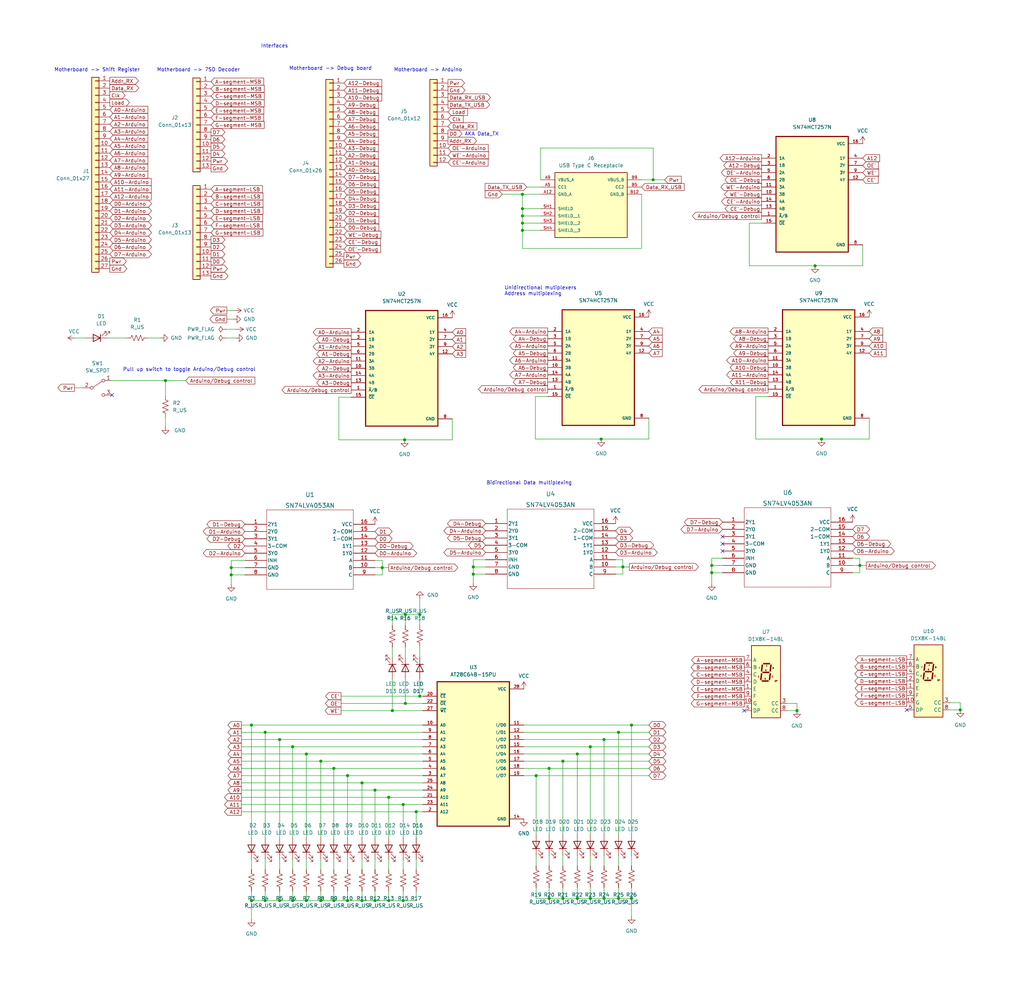
<source format=kicad_sch>
(kicad_sch (version 20211123) (generator eeschema)
  (paper "User" 359.994 350.012)
  (title_block (title "EEPROM Motherboard") (date "2025-06-07") (rev "1") (company "Dorian Knight"))
  (junction (at 286.512 93.472))
  (junction (at 146.304 285.496))
  (junction (at 131.826 277.876))
  (junction (at 81.28 199.644))
  (junction (at 337.566 249.682))
  (junction (at 131.826 316.738))
  (junction (at 202.946 315.976))
  (junction (at 221.996 255.016))
  (junction (at 93.218 316.738))
  (junction (at 112.776 267.716))
  (junction (at 207.518 262.636))
  (junction (at 212.344 315.976))
  (junction (at 217.424 257.556))
  (junction (at 197.866 267.716))
  (junction (at 212.344 260.096))
  (junction (at 183.642 73.406))
  (junction (at 136.652 280.416))
  (junction (at 88.392 255.016))
  (junction (at 218.948 199.39))
  (junction (at 141.732 316.738))
  (junction (at 102.87 316.738))
  (junction (at 117.348 316.738))
  (junction (at 197.866 315.976))
  (junction (at 102.87 262.636))
  (junction (at 127.254 275.336))
  (junction (at 202.946 265.176))
  (junction (at 280.162 249.936))
  (junction (at 183.642 81.026))
  (junction (at 93.218 257.556))
  (junction (at 221.996 315.976))
  (junction (at 127.254 316.738))
  (junction (at 229.616 63.246))
  (junction (at 193.04 315.976))
  (junction (at 58.166 133.858))
  (junction (at 211.328 154.432))
  (junction (at 147.574 216.154))
  (junction (at 183.642 68.326))
  (junction (at 122.174 316.738))
  (junction (at 142.494 216.154))
  (junction (at 98.298 260.096))
  (junction (at 117.348 270.256))
  (junction (at 88.392 316.738))
  (junction (at 142.24 154.686))
  (junction (at 112.776 316.738))
  (junction (at 98.298 316.738))
  (junction (at 142.494 247.396))
  (junction (at 134.366 199.644))
  (junction (at 81.28 202.184))
  (junction (at 302.26 198.882))
  (junction (at 166.37 199.39))
  (junction (at 137.922 249.936))
  (junction (at 122.174 272.796))
  (junction (at 166.37 201.93))
  (junction (at 147.574 244.856))
  (junction (at 193.04 270.256))
  (junction (at 136.652 316.738))
  (junction (at 183.642 78.486))
  (junction (at 107.696 316.738))
  (junction (at 188.468 272.796))
  (junction (at 207.518 315.976))
  (junction (at 183.642 75.946))
  (junction (at 250.19 201.422))
  (junction (at 250.19 198.882))
  (junction (at 217.424 315.976))
  (junction (at 141.732 282.956))
  (junction (at 107.696 265.176))
  (junction (at 288.798 154.432))
  (no_connect (at 261.62 249.936))
  (no_connect (at 39.37 138.938))
  (no_connect (at 254 188.722))
  (no_connect (at 318.77 249.682))
  (no_connect (at 254 193.802))
  (no_connect (at 254 191.262))
  (wire (pts (xy 81.28 202.184) (xy 81.28 205.486)))
  (wire (pts (xy 84.836 277.876) (xy 131.826 277.876)))
  (wire (pts (xy 119.126 154.686) (xy 142.24 154.686)))
  (wire (pts (xy 218.948 199.39) (xy 221.234 199.39)))
  (wire (pts (xy 216.408 199.39) (xy 218.948 199.39)))
  (wire (pts (xy 98.298 260.096) (xy 148.59 260.096)))
  (wire (pts (xy 212.344 293.37) (xy 212.344 260.096)))
  (wire (pts (xy 176.53 68.326) (xy 183.642 68.326)))
  (wire (pts (xy 202.946 300.99) (xy 202.946 304.546)))
  (wire (pts (xy 79.756 112.268) (xy 82.042 112.268)))
  (wire (pts (xy 197.866 312.166) (xy 197.866 315.976)))
  (wire (pts (xy 122.174 313.436) (xy 122.174 316.738)))
  (wire (pts (xy 202.946 293.37) (xy 202.946 265.176)))
  (wire (pts (xy 136.652 302.26) (xy 136.652 305.816)))
  (wire (pts (xy 146.304 302.26) (xy 146.304 305.816)))
  (wire (pts (xy 146.304 313.436) (xy 146.304 316.738)))
  (wire (pts (xy 137.922 219.964) (xy 137.922 216.154)))
  (wire (pts (xy 81.28 202.184) (xy 86.106 202.184)))
  (wire (pts (xy 107.696 313.436) (xy 107.696 316.738)))
  (wire (pts (xy 84.836 257.556) (xy 93.218 257.556)))
  (wire (pts (xy 265.684 154.432) (xy 288.798 154.432)))
  (wire (pts (xy 207.518 315.976) (xy 212.344 315.976)))
  (wire (pts (xy 142.494 219.964) (xy 142.494 216.154)))
  (wire (pts (xy 88.392 302.26) (xy 88.392 305.816)))
  (wire (pts (xy 212.344 315.976) (xy 217.424 315.976)))
  (wire (pts (xy 193.04 293.37) (xy 193.04 270.256)))
  (wire (pts (xy 107.696 316.738) (xy 112.776 316.738)))
  (wire (pts (xy 102.87 302.26) (xy 102.87 305.816)))
  (wire (pts (xy 58.166 133.858) (xy 58.166 139.192)))
  (wire (pts (xy 117.348 316.738) (xy 122.174 316.738)))
  (wire (pts (xy 189.992 78.486) (xy 183.642 78.486)))
  (wire (pts (xy 137.922 227.584) (xy 137.922 231.14)))
  (wire (pts (xy 188.468 312.166) (xy 188.468 315.976)))
  (wire (pts (xy 189.992 73.406) (xy 183.642 73.406)))
  (wire (pts (xy 131.826 277.876) (xy 148.59 277.876)))
  (wire (pts (xy 26.416 118.872) (xy 30.226 118.872)))
  (wire (pts (xy 228.092 147.066) (xy 228.092 154.432)))
  (wire (pts (xy 131.826 302.26) (xy 131.826 305.816)))
  (wire (pts (xy 217.424 312.166) (xy 217.424 315.976)))
  (wire (pts (xy 197.866 293.37) (xy 197.866 267.716)))
  (wire (pts (xy 184.15 262.636) (xy 207.518 262.636)))
  (wire (pts (xy 207.518 293.37) (xy 207.518 262.636)))
  (wire (pts (xy 93.218 316.738) (xy 88.392 316.738)))
  (wire (pts (xy 228.092 154.432) (xy 211.328 154.432)))
  (wire (pts (xy 183.642 81.026) (xy 183.642 87.376)))
  (wire (pts (xy 142.494 227.584) (xy 142.494 231.14)))
  (wire (pts (xy 217.424 315.976) (xy 221.996 315.976)))
  (wire (pts (xy 147.574 227.584) (xy 147.574 231.14)))
  (wire (pts (xy 188.468 315.976) (xy 193.04 315.976)))
  (wire (pts (xy 102.87 313.436) (xy 102.87 316.738)))
  (wire (pts (xy 127.254 313.436) (xy 127.254 316.738)))
  (wire (pts (xy 88.392 255.016) (xy 148.59 255.016)))
  (wire (pts (xy 122.174 272.796) (xy 148.59 272.796)))
  (wire (pts (xy 216.408 201.93) (xy 218.948 201.93)))
  (wire (pts (xy 303.276 93.472) (xy 286.512 93.472)))
  (wire (pts (xy 170.688 199.39) (xy 166.37 199.39)))
  (wire (pts (xy 299.72 198.882) (xy 302.26 198.882)))
  (wire (pts (xy 184.15 255.016) (xy 221.996 255.016)))
  (wire (pts (xy 267.716 78.486) (xy 263.398 78.486)))
  (wire (pts (xy 202.946 315.976) (xy 207.518 315.976)))
  (wire (pts (xy 134.366 202.184) (xy 134.366 199.644)))
  (wire (pts (xy 131.826 199.644) (xy 134.366 199.644)))
  (wire (pts (xy 142.494 238.76) (xy 142.494 247.396)))
  (wire (pts (xy 280.162 247.396) (xy 280.162 249.936)))
  (wire (pts (xy 302.26 198.882) (xy 304.546 198.882)))
  (wire (pts (xy 102.87 294.64) (xy 102.87 262.636)))
  (wire (pts (xy 184.15 272.796) (xy 188.468 272.796)))
  (wire (pts (xy 127.254 275.336) (xy 148.59 275.336)))
  (wire (pts (xy 147.574 244.856) (xy 148.59 244.856)))
  (wire (pts (xy 212.344 312.166) (xy 212.344 315.976)))
  (wire (pts (xy 183.642 75.946) (xy 183.642 78.486)))
  (wire (pts (xy 184.15 265.176) (xy 202.946 265.176)))
  (wire (pts (xy 112.776 313.436) (xy 112.776 316.738)))
  (wire (pts (xy 270.002 139.446) (xy 265.684 139.446)))
  (wire (pts (xy 79.502 115.824) (xy 83.058 115.824)))
  (wire (pts (xy 112.776 267.716) (xy 148.59 267.716)))
  (wire (pts (xy 39.37 133.858) (xy 58.166 133.858)))
  (wire (pts (xy 127.254 294.64) (xy 127.254 275.336)))
  (wire (pts (xy 141.732 294.64) (xy 141.732 282.956)))
  (wire (pts (xy 136.652 316.738) (xy 141.732 316.738)))
  (wire (pts (xy 183.642 68.326) (xy 183.642 73.406)))
  (wire (pts (xy 112.776 316.738) (xy 117.348 316.738)))
  (wire (pts (xy 137.922 216.154) (xy 142.494 216.154)))
  (wire (pts (xy 136.652 294.64) (xy 136.652 280.416)))
  (wire (pts (xy 265.684 139.446) (xy 265.684 154.432)))
  (wire (pts (xy 303.276 86.106) (xy 303.276 93.472)))
  (wire (pts (xy 136.652 280.416) (xy 148.59 280.416)))
  (wire (pts (xy 166.37 201.93) (xy 166.37 204.978)))
  (wire (pts (xy 107.696 265.176) (xy 148.59 265.176)))
  (wire (pts (xy 107.696 302.26) (xy 107.696 305.816)))
  (wire (pts (xy 58.166 133.858) (xy 65.278 133.858)))
  (wire (pts (xy 225.552 63.246) (xy 229.616 63.246)))
  (wire (pts (xy 197.866 267.716) (xy 228.092 267.716)))
  (wire (pts (xy 170.688 196.85) (xy 166.37 196.85)))
  (wire (pts (xy 119.888 244.856) (xy 147.574 244.856)))
  (wire (pts (xy 184.15 260.096) (xy 212.344 260.096)))
  (wire (pts (xy 229.616 52.07) (xy 229.616 63.246)))
  (wire (pts (xy 134.366 197.104) (xy 134.366 199.644)))
  (wire (pts (xy 188.214 139.446) (xy 188.214 154.432)))
  (wire (pts (xy 146.304 285.496) (xy 146.304 294.64)))
  (wire (pts (xy 207.518 312.166) (xy 207.518 315.976)))
  (wire (pts (xy 197.866 300.99) (xy 197.866 304.546)))
  (wire (pts (xy 250.19 196.342) (xy 250.19 198.882)))
  (wire (pts (xy 112.776 302.26) (xy 112.776 305.816)))
  (wire (pts (xy 207.518 262.636) (xy 228.092 262.636)))
  (wire (pts (xy 131.826 197.104) (xy 134.366 197.104)))
  (wire (pts (xy 142.494 247.396) (xy 148.59 247.396)))
  (wire (pts (xy 185.166 65.786) (xy 189.992 65.786)))
  (wire (pts (xy 142.494 216.154) (xy 147.574 216.154)))
  (wire (pts (xy 189.992 81.026) (xy 183.642 81.026)))
  (wire (pts (xy 193.04 300.99) (xy 193.04 304.546)))
  (wire (pts (xy 184.15 257.556) (xy 217.424 257.556)))
  (wire (pts (xy 127.254 316.738) (xy 131.826 316.738)))
  (wire (pts (xy 122.174 316.738) (xy 127.254 316.738)))
  (wire (pts (xy 98.298 294.64) (xy 98.298 260.096)))
  (wire (pts (xy 221.996 300.99) (xy 221.996 304.546)))
  (wire (pts (xy 188.214 154.432) (xy 211.328 154.432)))
  (wire (pts (xy 147.574 216.154) (xy 147.574 219.964)))
  (wire (pts (xy 98.298 302.26) (xy 98.298 305.816)))
  (wire (pts (xy 183.642 68.326) (xy 189.992 68.326)))
  (wire (pts (xy 202.946 312.166) (xy 202.946 315.976)))
  (wire (pts (xy 123.444 139.7) (xy 119.126 139.7)))
  (wire (pts (xy 189.992 52.07) (xy 229.616 52.07)))
  (wire (pts (xy 192.532 139.446) (xy 188.214 139.446)))
  (wire (pts (xy 212.344 300.99) (xy 212.344 304.546)))
  (wire (pts (xy 119.126 139.7) (xy 119.126 154.686)))
  (wire (pts (xy 37.846 118.872) (xy 44.45 118.872)))
  (wire (pts (xy 263.398 78.486) (xy 263.398 93.472)))
  (wire (pts (xy 193.04 312.166) (xy 193.04 315.976)))
  (wire (pts (xy 146.304 285.496) (xy 148.59 285.496)))
  (wire (pts (xy 216.408 196.85) (xy 218.948 196.85)))
  (wire (pts (xy 117.348 302.26) (xy 117.348 305.816)))
  (wire (pts (xy 131.826 316.738) (xy 136.652 316.738)))
  (wire (pts (xy 184.15 267.716) (xy 197.866 267.716)))
  (wire (pts (xy 88.392 316.738) (xy 88.392 323.342)))
  (wire (pts (xy 217.424 257.556) (xy 228.092 257.556)))
  (wire (pts (xy 84.836 270.256) (xy 117.348 270.256)))
  (wire (pts (xy 102.87 316.738) (xy 107.696 316.738)))
  (wire (pts (xy 131.826 294.64) (xy 131.826 277.876)))
  (wire (pts (xy 302.26 201.422) (xy 302.26 198.882)))
  (wire (pts (xy 117.348 270.256) (xy 148.59 270.256)))
  (wire (pts (xy 189.992 63.246) (xy 189.992 52.07)))
  (wire (pts (xy 188.468 272.796) (xy 228.092 272.796)))
  (wire (pts (xy 141.732 282.956) (xy 148.59 282.956)))
  (wire (pts (xy 159.004 154.686) (xy 142.24 154.686)))
  (wire (pts (xy 93.218 257.556) (xy 148.59 257.556)))
  (wire (pts (xy 131.826 202.184) (xy 134.366 202.184)))
  (wire (pts (xy 337.566 247.142) (xy 337.566 249.682)))
  (wire (pts (xy 184.15 270.256) (xy 193.04 270.256)))
  (wire (pts (xy 221.996 312.166) (xy 221.996 315.976)))
  (wire (pts (xy 98.298 316.738) (xy 102.87 316.738)))
  (wire (pts (xy 217.424 300.99) (xy 217.424 304.546)))
  (wire (pts (xy 197.866 315.976) (xy 202.946 315.976)))
  (wire (pts (xy 81.28 199.644) (xy 81.28 202.184)))
  (wire (pts (xy 334.01 249.682) (xy 337.566 249.682)))
  (wire (pts (xy 137.922 249.936) (xy 148.59 249.936)))
  (wire (pts (xy 131.826 313.436) (xy 131.826 316.738)))
  (wire (pts (xy 218.948 201.93) (xy 218.948 199.39)))
  (wire (pts (xy 189.992 75.946) (xy 183.642 75.946)))
  (wire (pts (xy 84.836 260.096) (xy 98.298 260.096)))
  (wire (pts (xy 93.218 313.436) (xy 93.218 316.738)))
  (wire (pts (xy 122.174 294.64) (xy 122.174 272.796)))
  (wire (pts (xy 170.688 201.93) (xy 166.37 201.93)))
  (wire (pts (xy 136.652 313.436) (xy 136.652 316.738)))
  (wire (pts (xy 305.562 147.066) (xy 305.562 154.432)))
  (wire (pts (xy 141.732 313.436) (xy 141.732 316.738)))
  (wire (pts (xy 84.836 267.716) (xy 112.776 267.716)))
  (wire (pts (xy 107.696 294.64) (xy 107.696 265.176)))
  (wire (pts (xy 254 198.882) (xy 250.19 198.882)))
  (wire (pts (xy 193.04 270.256) (xy 228.092 270.256)))
  (wire (pts (xy 141.732 302.26) (xy 141.732 305.816)))
  (wire (pts (xy 134.366 199.644) (xy 136.652 199.644)))
  (wire (pts (xy 52.07 118.872) (xy 56.388 118.872)))
  (wire (pts (xy 86.106 199.644) (xy 81.28 199.644)))
  (wire (pts (xy 302.26 196.342) (xy 302.26 198.882)))
  (wire (pts (xy 137.922 238.76) (xy 137.922 249.936)))
  (wire (pts (xy 141.732 316.738) (xy 146.304 316.738)))
  (wire (pts (xy 202.946 265.176) (xy 228.092 265.176)))
  (wire (pts (xy 276.86 247.396) (xy 280.162 247.396)))
  (wire (pts (xy 93.218 294.64) (xy 93.218 257.556)))
  (wire (pts (xy 98.298 313.436) (xy 98.298 316.738)))
  (wire (pts (xy 225.552 87.376) (xy 183.642 87.376)))
  (wire (pts (xy 229.616 63.246) (xy 233.68 63.246)))
  (wire (pts (xy 88.392 294.64) (xy 88.392 255.016)))
  (wire (pts (xy 225.552 68.326) (xy 225.552 87.376)))
  (wire (pts (xy 119.888 249.936) (xy 137.922 249.936)))
  (wire (pts (xy 84.836 275.336) (xy 127.254 275.336)))
  (wire (pts (xy 58.166 146.812) (xy 58.166 150.114)))
  (wire (pts (xy 183.642 78.486) (xy 183.642 81.026)))
  (wire (pts (xy 84.836 262.636) (xy 102.87 262.636)))
  (wire (pts (xy 79.756 109.22) (xy 82.296 109.22)))
  (wire (pts (xy 86.106 197.104) (xy 81.28 197.104)))
  (wire (pts (xy 84.836 280.416) (xy 136.652 280.416)))
  (wire (pts (xy 334.01 247.142) (xy 337.566 247.142)))
  (wire (pts (xy 102.87 262.636) (xy 148.59 262.636)))
  (wire (pts (xy 217.424 293.37) (xy 217.424 257.556)))
  (wire (pts (xy 166.37 199.39) (xy 166.37 201.93)))
  (wire (pts (xy 84.836 255.016) (xy 88.392 255.016)))
  (wire (pts (xy 112.776 294.64) (xy 112.776 267.716)))
  (wire (pts (xy 263.398 93.472) (xy 286.512 93.472)))
  (wire (pts (xy 250.19 201.422) (xy 250.19 205.232)))
  (wire (pts (xy 221.996 315.976) (xy 221.996 322.326)))
  (wire (pts (xy 81.28 197.104) (xy 81.28 199.644)))
  (wire (pts (xy 305.562 154.432) (xy 288.798 154.432)))
  (wire (pts (xy 93.218 316.738) (xy 98.298 316.738)))
  (wire (pts (xy 212.344 260.096) (xy 228.092 260.096)))
  (wire (pts (xy 127.254 302.26) (xy 127.254 305.816)))
  (wire (pts (xy 166.37 196.85) (xy 166.37 199.39)))
  (wire (pts (xy 93.218 302.26) (xy 93.218 305.816)))
  (wire (pts (xy 299.72 201.422) (xy 302.26 201.422)))
  (wire (pts (xy 88.392 313.436) (xy 88.392 316.738)))
  (wire (pts (xy 117.348 313.436) (xy 117.348 316.738)))
  (wire (pts (xy 193.04 315.976) (xy 197.866 315.976)))
  (wire (pts (xy 207.518 300.99) (xy 207.518 304.546)))
  (wire (pts (xy 117.348 270.256) (xy 117.348 294.64)))
  (wire (pts (xy 221.996 255.016) (xy 228.092 255.016)))
  (wire (pts (xy 159.004 147.32) (xy 159.004 154.686)))
  (wire (pts (xy 276.86 249.936) (xy 280.162 249.936)))
  (wire (pts (xy 218.948 196.85) (xy 218.948 199.39)))
  (wire (pts (xy 221.996 293.37) (xy 221.996 255.016)))
  (wire (pts (xy 183.642 73.406) (xy 183.642 75.946)))
  (wire (pts (xy 188.468 293.37) (xy 188.468 272.796)))
  (wire (pts (xy 79.502 118.872) (xy 82.804 118.872)))
  (wire (pts (xy 299.72 196.342) (xy 302.26 196.342)))
  (wire (pts (xy 84.836 285.496) (xy 146.304 285.496)))
  (wire (pts (xy 84.836 265.176) (xy 107.696 265.176)))
  (wire (pts (xy 84.836 272.796) (xy 122.174 272.796)))
  (wire (pts (xy 147.574 238.76) (xy 147.574 244.856)))
  (wire (pts (xy 254 196.342) (xy 250.19 196.342)))
  (wire (pts (xy 250.19 198.882) (xy 250.19 201.422)))
  (wire (pts (xy 26.162 136.398) (xy 29.21 136.398)))
  (wire (pts (xy 147.574 210.566) (xy 147.574 216.154)))
  (wire (pts (xy 84.836 282.956) (xy 141.732 282.956)))
  (wire (pts (xy 188.468 300.99) (xy 188.468 304.546)))
  (wire (pts (xy 119.888 247.396) (xy 142.494 247.396)))
  (wire (pts (xy 254 201.422) (xy 250.19 201.422)))
  (wire (pts (xy 122.174 302.26) (xy 122.174 305.816)))
  (text "Bidirectional Data multiplexing\n" (at 170.942 170.688 0) (effects (font (size 1.27 1.27)) (justify left bottom)))
  (text "Motherboard -> 7SD Decoder" (at 55.118 25.4 0) (effects (font (size 1.27 1.27)) (justify left bottom)))
  (text "Pull up switch to toggle Arduino/Debug control" (at 43.18 130.81 0) (effects (font (size 1.27 1.27)) (justify left bottom)))
  (text "Motherboard -> Shift Register" (at 19.05 25.4 0) (effects (font (size 1.27 1.27)) (justify left bottom)))
  (text "Motherboard -> Arduino" (at 138.43 25.4 0) (effects (font (size 1.27 1.27)) (justify left bottom)))
  (text "Interfaces" (at 91.694 17.018 0) (effects (font (size 1.27 1.27)) (justify left bottom)))
  (text "Unidirectional mutiplexers\nAddress multiplexing" (at 177.292 104.14 0) (effects (font (size 1.27 1.27)) (justify left bottom)))
  (text "AKA Data_TX" (at 163.322 48.006 0) (effects (font (size 1.27 1.27)) (justify left bottom)))
  (text "Motherboard -> Debug board" (at 101.6 24.892 0) (effects (font (size 1.27 1.27)) (justify left bottom)))
  (global_label "A1" (shape output) (at 84.836 257.556 180) (property "Intersheet References" "${INTERSHEET_REFS}" (effects hide)))
  (global_label "G-segment-LSB" (shape input) (at 74.168 81.788 0) (property "Intersheet References" "${INTERSHEET_REFS}" (effects hide)))
  (global_label "A-segment-LSB" (shape output) (at 318.77 231.902 180) (property "Intersheet References" "${INTERSHEET_REFS}" (effects hide)))
  (global_label "B-segment-LSB" (shape input) (at 74.168 69.088 0) (property "Intersheet References" "${INTERSHEET_REFS}" (effects hide)))
  (global_label "Data_TX_USB" (shape input) (at 185.166 65.786 180) (property "Intersheet References" "${INTERSHEET_REFS}" (effects hide)))
  (global_label "D0" (shape output) (at 157.48 46.99 0) (property "Intersheet References" "${INTERSHEET_REFS}" (effects hide)))
  (global_label "A12-Debug" (shape output) (at 267.716 58.166 180) (property "Intersheet References" "${INTERSHEET_REFS}" (effects hide)))
  (global_label "D2" (shape bidirectional) (at 86.106 192.024 180) (property "Intersheet References" "${INTERSHEET_REFS}" (effects hide)))
  (global_label "F-segment-LSB" (shape output) (at 318.77 244.602 180) (property "Intersheet References" "${INTERSHEET_REFS}" (effects hide)))
  (global_label "D6" (shape bidirectional) (at 299.72 188.722 0) (property "Intersheet References" "${INTERSHEET_REFS}" (effects hide)))
  (global_label "A9" (shape input) (at 305.562 119.126 0) (property "Intersheet References" "${INTERSHEET_REFS}" (effects hide)))
  (global_label "Gnd" (shape output) (at 120.904 92.71 0) (property "Intersheet References" "${INTERSHEET_REFS}" (effects hide)))
  (global_label "D0" (shape bidirectional) (at 228.092 255.016 0) (property "Intersheet References" "${INTERSHEET_REFS}" (effects hide)))
  (global_label "D1-Debug" (shape bidirectional) (at 86.106 184.404 180) (property "Intersheet References" "${INTERSHEET_REFS}" (effects hide)))
  (global_label "D2-Debug" (shape bidirectional) (at 86.106 189.484 180) (property "Intersheet References" "${INTERSHEET_REFS}" (effects hide)))
  (global_label "D7-Debug" (shape bidirectional) (at 254 183.642 180) (property "Intersheet References" "${INTERSHEET_REFS}" (effects hide)))
  (global_label "B-segment-MSB" (shape input) (at 74.168 31.242 0) (property "Intersheet References" "${INTERSHEET_REFS}" (effects hide)))
  (global_label "Gnd" (shape output) (at 79.756 112.268 180) (property "Intersheet References" "${INTERSHEET_REFS}" (effects hide)))
  (global_label "A3-Arduino" (shape input) (at 38.608 46.228 0) (property "Intersheet References" "${INTERSHEET_REFS}" (effects hide)))
  (global_label "Pwr" (shape output) (at 74.168 56.642 0) (property "Intersheet References" "${INTERSHEET_REFS}" (effects hide)))
  (global_label "D3-Arduino" (shape bidirectional) (at 38.608 79.248 0) (property "Intersheet References" "${INTERSHEET_REFS}" (effects hide)))
  (global_label "D6" (shape bidirectional) (at 228.092 270.256 0) (property "Intersheet References" "${INTERSHEET_REFS}" (effects hide)))
  (global_label "A4" (shape input) (at 228.092 116.586 0) (property "Intersheet References" "${INTERSHEET_REFS}" (effects hide)))
  (global_label "D3-Debug" (shape input) (at 120.904 72.39 0) (property "Intersheet References" "${INTERSHEET_REFS}" (effects hide)))
  (global_label "OE'-Debug" (shape output) (at 267.716 63.246 180) (property "Intersheet References" "${INTERSHEET_REFS}" (effects hide)))
  (global_label "D1" (shape bidirectional) (at 228.092 257.556 0) (property "Intersheet References" "${INTERSHEET_REFS}" (effects hide)))
  (global_label "Addr_RX" (shape output) (at 38.608 28.448 0) (property "Intersheet References" "${INTERSHEET_REFS}" (effects hide)))
  (global_label "Clk" (shape output) (at 38.608 33.528 0) (property "Intersheet References" "${INTERSHEET_REFS}" (effects hide)))
  (global_label "D4-Arduino" (shape bidirectional) (at 38.608 81.788 0) (property "Intersheet References" "${INTERSHEET_REFS}" (effects hide)))
  (global_label "E-segment-LSB" (shape input) (at 74.168 76.708 0) (property "Intersheet References" "${INTERSHEET_REFS}" (effects hide)))
  (global_label "A0" (shape input) (at 159.004 116.84 0) (property "Intersheet References" "${INTERSHEET_REFS}" (effects hide)))
  (global_label "A11" (shape input) (at 305.562 124.206 0) (property "Intersheet References" "${INTERSHEET_REFS}" (effects hide)))
  (global_label "Clk" (shape input) (at 157.48 41.91 0) (property "Intersheet References" "${INTERSHEET_REFS}" (effects hide)))
  (global_label "D0-Debug" (shape bidirectional) (at 131.826 192.024 0) (property "Intersheet References" "${INTERSHEET_REFS}" (effects hide)))
  (global_label "D0-Arduino" (shape bidirectional) (at 38.608 71.628 0) (property "Intersheet References" "${INTERSHEET_REFS}" (effects hide)))
  (global_label "Pwr" (shape output) (at 26.162 136.398 180) (property "Intersheet References" "${INTERSHEET_REFS}" (effects hide)))
  (global_label "A3" (shape input) (at 159.004 124.46 0) (property "Intersheet References" "${INTERSHEET_REFS}" (effects hide)))
  (global_label "A3-Debug" (shape output) (at 123.444 134.62 180) (property "Intersheet References" "${INTERSHEET_REFS}" (effects hide)))
  (global_label "A1-Arduino" (shape output) (at 123.444 121.92 180) (property "Intersheet References" "${INTERSHEET_REFS}" (effects hide)))
  (global_label "D4" (shape bidirectional) (at 216.408 186.69 0) (property "Intersheet References" "${INTERSHEET_REFS}" (effects hide)))
  (global_label "WE'-Debug" (shape output) (at 267.716 68.326 180) (property "Intersheet References" "${INTERSHEET_REFS}" (effects hide)))
  (global_label "A6-Debug" (shape output) (at 192.532 129.286 180) (property "Intersheet References" "${INTERSHEET_REFS}" (effects hide)))
  (global_label "CE'-Arduino" (shape output) (at 267.716 70.866 180) (property "Intersheet References" "${INTERSHEET_REFS}" (effects hide)))
  (global_label "D2" (shape bidirectional) (at 228.092 260.096 0) (property "Intersheet References" "${INTERSHEET_REFS}" (effects hide)))
  (global_label "A0-Arduino" (shape input) (at 38.608 38.608 0) (property "Intersheet References" "${INTERSHEET_REFS}" (effects hide)))
  (global_label "A0-Debug" (shape input) (at 120.904 59.69 0) (property "Intersheet References" "${INTERSHEET_REFS}" (effects hide)))
  (global_label "Data_RX" (shape output) (at 38.608 30.988 0) (property "Intersheet References" "${INTERSHEET_REFS}" (effects hide)))
  (global_label "A9-Debug" (shape input) (at 120.904 36.83 0) (property "Intersheet References" "${INTERSHEET_REFS}" (effects hide)))
  (global_label "OE'" (shape input) (at 303.276 58.166 0) (property "Intersheet References" "${INTERSHEET_REFS}" (effects hide)))
  (global_label "Gnd" (shape input) (at 176.53 68.326 180) (property "Intersheet References" "${INTERSHEET_REFS}" (effects hide)))
  (global_label "D7-Arduino" (shape bidirectional) (at 38.608 89.408 0) (property "Intersheet References" "${INTERSHEET_REFS}" (effects hide)))
  (global_label "D4-Debug" (shape input) (at 120.904 69.85 0) (property "Intersheet References" "${INTERSHEET_REFS}" (effects hide)))
  (global_label "WE'" (shape input) (at 303.276 60.706 0) (property "Intersheet References" "${INTERSHEET_REFS}" (effects hide)))
  (global_label "A11-Debug" (shape input) (at 120.904 31.75 0) (property "Intersheet References" "${INTERSHEET_REFS}" (effects hide)))
  (global_label "Pwr" (shape output) (at 74.168 94.488 0) (property "Intersheet References" "${INTERSHEET_REFS}" (effects hide)))
  (global_label "A12-Debug" (shape input) (at 120.904 29.21 0) (property "Intersheet References" "${INTERSHEET_REFS}" (effects hide)))
  (global_label "WE'" (shape output) (at 119.888 249.936 180) (property "Intersheet References" "${INTERSHEET_REFS}" (effects hide)))
  (global_label "A2-Debug" (shape output) (at 123.444 129.54 180) (property "Intersheet References" "${INTERSHEET_REFS}" (effects hide)))
  (global_label "A8-Arduino" (shape input) (at 38.608 58.928 0) (property "Intersheet References" "${INTERSHEET_REFS}" (effects hide)))
  (global_label "D1" (shape bidirectional) (at 131.826 186.944 0) (property "Intersheet References" "${INTERSHEET_REFS}" (effects hide)))
  (global_label "A6" (shape input) (at 228.092 121.666 0) (property "Intersheet References" "${INTERSHEET_REFS}" (effects hide)))
  (global_label "A9-Debug" (shape output) (at 270.002 124.206 180) (property "Intersheet References" "${INTERSHEET_REFS}" (effects hide)))
  (global_label "Gnd" (shape output) (at 74.168 59.182 0) (property "Intersheet References" "${INTERSHEET_REFS}" (effects hide)))
  (global_label "A10-Arduino" (shape output) (at 270.002 126.746 180) (property "Intersheet References" "${INTERSHEET_REFS}" (effects hide)))
  (global_label "D1" (shape output) (at 74.168 89.408 0) (property "Intersheet References" "${INTERSHEET_REFS}" (effects hide)))
  (global_label "A10-Arduino" (shape input) (at 38.608 64.008 0) (property "Intersheet References" "${INTERSHEET_REFS}" (effects hide)))
  (global_label "A2" (shape input) (at 159.004 121.92 0) (property "Intersheet References" "${INTERSHEET_REFS}" (effects hide)))
  (global_label "A-segment-MSB" (shape input) (at 74.168 28.702 0) (property "Intersheet References" "${INTERSHEET_REFS}" (effects hide)))
  (global_label "G-segment-MSB" (shape input) (at 74.168 43.942 0) (property "Intersheet References" "${INTERSHEET_REFS}" (effects hide)))
  (global_label "G-segment-MSB" (shape output) (at 261.62 247.396 180) (property "Intersheet References" "${INTERSHEET_REFS}" (effects hide)))
  (global_label "D5-Arduino" (shape bidirectional) (at 170.688 194.31 180) (property "Intersheet References" "${INTERSHEET_REFS}" (effects hide)))
  (global_label "Arduino{slash}Debug control" (shape output) (at 221.234 199.39 0) (property "Intersheet References" "${INTERSHEET_REFS}" (effects hide)))
  (global_label "A-segment-LSB" (shape input) (at 74.168 66.548 0) (property "Intersheet References" "${INTERSHEET_REFS}" (effects hide)))
  (global_label "A1" (shape input) (at 159.004 119.38 0) (property "Intersheet References" "${INTERSHEET_REFS}" (effects hide)))
  (global_label "D6-Arduino" (shape bidirectional) (at 299.72 193.802 0) (property "Intersheet References" "${INTERSHEET_REFS}" (effects hide)))
  (global_label "A7-Arduino" (shape output) (at 192.532 131.826 180) (property "Intersheet References" "${INTERSHEET_REFS}" (effects hide)))
  (global_label "D6-Debug" (shape input) (at 120.904 64.77 0) (property "Intersheet References" "${INTERSHEET_REFS}" (effects hide)))
  (global_label "Data_RX" (shape input) (at 157.48 44.45 0) (property "Intersheet References" "${INTERSHEET_REFS}" (effects hide)))
  (global_label "WE'-Debug" (shape input) (at 120.904 82.55 0) (property "Intersheet References" "${INTERSHEET_REFS}" (effects hide)))
  (global_label "D5" (shape bidirectional) (at 170.688 191.77 180) (property "Intersheet References" "${INTERSHEET_REFS}" (effects hide)))
  (global_label "D2-Arduino" (shape bidirectional) (at 86.106 194.564 180) (property "Intersheet References" "${INTERSHEET_REFS}" (effects hide)))
  (global_label "A8" (shape input) (at 305.562 116.586 0) (property "Intersheet References" "${INTERSHEET_REFS}" (effects hide)))
  (global_label "Arduino{slash}Debug control" (shape output) (at 123.444 137.16 180) (property "Intersheet References" "${INTERSHEET_REFS}" (effects hide)))
  (global_label "A7" (shape input) (at 228.092 124.206 0) (property "Intersheet References" "${INTERSHEET_REFS}" (effects hide)))
  (global_label "CE'-Arduino" (shape input) (at 157.48 57.15 0) (property "Intersheet References" "${INTERSHEET_REFS}" (effects hide)))
  (global_label "A5" (shape input) (at 228.092 119.126 0) (property "Intersheet References" "${INTERSHEET_REFS}" (effects hide)))
  (global_label "D0-Arduino" (shape bidirectional) (at 131.826 194.564 0) (property "Intersheet References" "${INTERSHEET_REFS}" (effects hide)))
  (global_label "D4" (shape bidirectional) (at 228.092 265.176 0) (property "Intersheet References" "${INTERSHEET_REFS}" (effects hide)))
  (global_label "Gnd" (shape output) (at 38.608 94.488 0) (property "Intersheet References" "${INTERSHEET_REFS}" (effects hide)))
  (global_label "A7-Debug" (shape input) (at 120.904 41.91 0) (property "Intersheet References" "${INTERSHEET_REFS}" (effects hide)))
  (global_label "D-segment-LSB" (shape output) (at 318.77 239.522 180) (property "Intersheet References" "${INTERSHEET_REFS}" (effects hide)))
  (global_label "A8-Debug" (shape output) (at 270.002 119.126 180) (property "Intersheet References" "${INTERSHEET_REFS}" (effects hide)))
  (global_label "A9-Arduino" (shape input) (at 38.608 61.468 0) (property "Intersheet References" "${INTERSHEET_REFS}" (effects hide)))
  (global_label "A1-Debug" (shape input) (at 120.904 57.15 0) (property "Intersheet References" "${INTERSHEET_REFS}" (effects hide)))
  (global_label "D6-Arduino" (shape bidirectional) (at 38.608 86.868 0) (property "Intersheet References" "${INTERSHEET_REFS}" (effects hide)))
  (global_label "C-segment-LSB" (shape output) (at 318.77 236.982 180) (property "Intersheet References" "${INTERSHEET_REFS}" (effects hide)))
  (global_label "A11-Arduino" (shape output) (at 270.002 131.826 180) (property "Intersheet References" "${INTERSHEET_REFS}" (effects hide)))
  (global_label "Arduino{slash}Debug control" (shape output) (at 136.652 199.644 0) (property "Intersheet References" "${INTERSHEET_REFS}" (effects hide)))
  (global_label "D5-Debug" (shape bidirectional) (at 170.688 189.23 180) (property "Intersheet References" "${INTERSHEET_REFS}" (effects hide)))
  (global_label "A3" (shape output) (at 84.836 262.636 180) (property "Intersheet References" "${INTERSHEET_REFS}" (effects hide)))
  (global_label "Pwr" (shape input) (at 233.68 63.246 0) (property "Intersheet References" "${INTERSHEET_REFS}" (effects hide)))
  (global_label "D2-Debug" (shape input) (at 120.904 74.93 0) (property "Intersheet References" "${INTERSHEET_REFS}" (effects hide)))
  (global_label "F-segment-MSB" (shape input) (at 74.168 41.402 0) (property "Intersheet References" "${INTERSHEET_REFS}" (effects hide)))
  (global_label "A9" (shape output) (at 84.836 277.876 180) (property "Intersheet References" "${INTERSHEET_REFS}" (effects hide)))
  (global_label "D5-Arduino" (shape bidirectional) (at 38.608 84.328 0) (property "Intersheet References" "${INTERSHEET_REFS}" (effects hide)))
  (global_label "A7-Arduino" (shape input) (at 38.608 56.388 0) (property "Intersheet References" "${INTERSHEET_REFS}" (effects hide)))
  (global_label "A1-Debug" (shape output) (at 123.444 124.46 180) (property "Intersheet References" "${INTERSHEET_REFS}" (effects hide)))
  (global_label "F-segment-MSB" (shape output) (at 261.62 244.856 180) (property "Intersheet References" "${INTERSHEET_REFS}" (effects hide)))
  (global_label "E-segment-MSB" (shape input) (at 74.168 38.862 0) (property "Intersheet References" "${INTERSHEET_REFS}" (effects hide)))
  (global_label "D1-Arduino" (shape bidirectional) (at 38.608 74.168 0) (property "Intersheet References" "${INTERSHEET_REFS}" (effects hide)))
  (global_label "A5-Arduino" (shape output) (at 192.532 121.666 180) (property "Intersheet References" "${INTERSHEET_REFS}" (effects hide)))
  (global_label "A6-Debug" (shape input) (at 120.904 44.45 0) (property "Intersheet References" "${INTERSHEET_REFS}" (effects hide)))
  (global_label "OE'-Arduino" (shape input) (at 157.48 52.07 0) (property "Intersheet References" "${INTERSHEET_REFS}" (effects hide)))
  (global_label "A5-Debug" (shape input) (at 120.904 46.99 0) (property "Intersheet References" "${INTERSHEET_REFS}" (effects hide)))
  (global_label "A4" (shape output) (at 84.836 265.176 180) (property "Intersheet References" "${INTERSHEET_REFS}" (effects hide)))
  (global_label "D7" (shape bidirectional) (at 299.72 186.182 0) (property "Intersheet References" "${INTERSHEET_REFS}" (effects hide)))
  (global_label "A10-Debug" (shape input) (at 120.904 34.29 0) (property "Intersheet References" "${INTERSHEET_REFS}" (effects hide)))
  (global_label "A1-Arduino" (shape input) (at 38.608 41.148 0) (property "Intersheet References" "${INTERSHEET_REFS}" (effects hide)))
  (global_label "D5-Debug" (shape input) (at 120.904 67.31 0) (property "Intersheet References" "${INTERSHEET_REFS}" (effects hide)))
  (global_label "WE'-Arduino" (shape input) (at 157.48 54.61 0) (property "Intersheet References" "${INTERSHEET_REFS}" (effects hide)))
  (global_label "A6" (shape output) (at 84.836 270.256 180) (property "Intersheet References" "${INTERSHEET_REFS}" (effects hide)))
  (global_label "A5-Arduino" (shape input) (at 38.608 51.308 0) (property "Intersheet References" "${INTERSHEET_REFS}" (effects hide)))
  (global_label "D3" (shape bidirectional) (at 228.092 262.636 0) (property "Intersheet References" "${INTERSHEET_REFS}" (effects hide)))
  (global_label "D2-Arduino" (shape bidirectional) (at 38.608 76.708 0) (property "Intersheet References" "${INTERSHEET_REFS}" (effects hide)))
  (global_label "Pwr" (shape output) (at 38.608 91.948 0) (property "Intersheet References" "${INTERSHEET_REFS}" (effects hide)))
  (global_label "A8" (shape output) (at 84.836 275.336 180) (property "Intersheet References" "${INTERSHEET_REFS}" (effects hide)))
  (global_label "D3-Arduino" (shape bidirectional) (at 216.408 194.31 0) (property "Intersheet References" "${INTERSHEET_REFS}" (effects hide)))
  (global_label "A-segment-MSB" (shape output) (at 261.62 232.156 180) (property "Intersheet References" "${INTERSHEET_REFS}" (effects hide)))
  (global_label "D3" (shape output) (at 74.168 84.328 0) (property "Intersheet References" "${INTERSHEET_REFS}" (effects hide)))
  (global_label "A6-Arduino" (shape input) (at 38.608 53.848 0) (property "Intersheet References" "${INTERSHEET_REFS}" (effects hide)))
  (global_label "G-segment-LSB" (shape output) (at 318.77 247.142 180) (property "Intersheet References" "${INTERSHEET_REFS}" (effects hide)))
  (global_label "A10" (shape output) (at 84.836 280.416 180) (property "Intersheet References" "${INTERSHEET_REFS}" (effects hide)))
  (global_label "Pwr" (shape output) (at 157.48 29.21 0) (property "Intersheet References" "${INTERSHEET_REFS}" (effects hide)))
  (global_label "A11" (shape output) (at 84.836 282.956 180) (property "Intersheet References" "${INTERSHEET_REFS}" (effects hide)))
  (global_label "A2-Debug" (shape input) (at 120.904 54.61 0) (property "Intersheet References" "${INTERSHEET_REFS}" (effects hide)))
  (global_label "D1-Arduino" (shape bidirectional) (at 86.106 186.944 180) (property "Intersheet References" "${INTERSHEET_REFS}" (effects hide)))
  (global_label "Pwr" (shape output) (at 79.756 109.22 180) (property "Intersheet References" "${INTERSHEET_REFS}" (effects hide)))
  (global_label "D1-Debug" (shape input) (at 120.904 77.47 0) (property "Intersheet References" "${INTERSHEET_REFS}" (effects hide)))
  (global_label "D6" (shape output) (at 74.168 49.022 0) (property "Intersheet References" "${INTERSHEET_REFS}" (effects hide)))
  (global_label "D3-Debug" (shape bidirectional) (at 216.408 191.77 0) (property "Intersheet References" "${INTERSHEET_REFS}" (effects hide)))
  (global_label "CE'" (shape input) (at 303.276 63.246 0) (property "Intersheet References" "${INTERSHEET_REFS}" (effects hide)))
  (global_label "CE'" (shape output) (at 119.888 244.856 180) (property "Intersheet References" "${INTERSHEET_REFS}" (effects hide)))
  (global_label "D2" (shape output) (at 74.168 86.868 0) (property "Intersheet References" "${INTERSHEET_REFS}" (effects hide)))
  (global_label "CE'-Debug" (shape input) (at 120.904 85.09 0) (property "Intersheet References" "${INTERSHEET_REFS}" (effects hide)))
  (global_label "A11-Debug" (shape output) (at 270.002 134.366 180) (property "Intersheet References" "${INTERSHEET_REFS}" (effects hide)))
  (global_label "D7-Arduino" (shape bidirectional) (at 254 186.182 180) (property "Intersheet References" "${INTERSHEET_REFS}" (effects hide)))
  (global_label "D0" (shape bidirectional) (at 131.826 189.484 0) (property "Intersheet References" "${INTERSHEET_REFS}" (effects hide)))
  (global_label "Gnd" (shape output) (at 74.168 97.028 0) (property "Intersheet References" "${INTERSHEET_REFS}" (effects hide)))
  (global_label "WE'-Arduino" (shape output) (at 267.716 65.786 180) (property "Intersheet References" "${INTERSHEET_REFS}" (effects hide)))
  (global_label "Gnd" (shape output) (at 157.48 31.75 0) (property "Intersheet References" "${INTERSHEET_REFS}" (effects hide)))
  (global_label "C-segment-MSB" (shape input) (at 74.168 33.782 0) (property "Intersheet References" "${INTERSHEET_REFS}" (effects hide)))
  (global_label "D4-Arduino" (shape bidirectional) (at 170.688 186.69 180) (property "Intersheet References" "${INTERSHEET_REFS}" (effects hide)))
  (global_label "D0-Debug" (shape input) (at 120.904 80.01 0) (property "Intersheet References" "${INTERSHEET_REFS}" (effects hide)))
  (global_label "Load" (shape input) (at 157.48 39.37 0) (property "Intersheet References" "${INTERSHEET_REFS}" (effects hide)))
  (global_label "Arduino{slash}Debug control" (shape output) (at 270.002 136.906 180) (property "Intersheet References" "${INTERSHEET_REFS}" (effects hide)))
  (global_label "D5" (shape output) (at 74.168 51.562 0) (property "Intersheet References" "${INTERSHEET_REFS}" (effects hide)))
  (global_label "Load" (shape output) (at 38.608 36.068 0) (property "Intersheet References" "${INTERSHEET_REFS}" (effects hide)))
  (global_label "C-segment-MSB" (shape output) (at 261.62 237.236 180) (property "Intersheet References" "${INTERSHEET_REFS}" (effects hide)))
  (global_label "D7" (shape output) (at 74.168 46.482 0) (property "Intersheet References" "${INTERSHEET_REFS}" (effects hide)))
  (global_label "Data_RX_USB" (shape output) (at 157.48 34.29 0) (property "Intersheet References" "${INTERSHEET_REFS}" (effects hide)))
  (global_label "A2-Arduino" (shape output) (at 123.444 127 180) (property "Intersheet References" "${INTERSHEET_REFS}" (effects hide)))
  (global_label "Arduino{slash}Debug control" (shape input) (at 65.278 133.858 0) (property "Intersheet References" "${INTERSHEET_REFS}" (effects hide)))
  (global_label "A8-Arduino" (shape output) (at 270.002 116.586 180) (property "Intersheet References" "${INTERSHEET_REFS}" (effects hide)))
  (global_label "D0" (shape output) (at 74.168 91.948 0) (property "Intersheet References" "${INTERSHEET_REFS}" (effects hide)))
  (global_label "A2" (shape output) (at 84.836 260.096 180) (property "Intersheet References" "${INTERSHEET_REFS}" (effects hide)))
  (global_label "A7" (shape output) (at 84.836 272.796 180) (property "Intersheet References" "${INTERSHEET_REFS}" (effects hide)))
  (global_label "OE'" (shape output) (at 119.888 247.396 180) (property "Intersheet References" "${INTERSHEET_REFS}" (effects hide)))
  (global_label "A2-Arduino" (shape input) (at 38.608 43.688 0) (property "Intersheet References" "${INTERSHEET_REFS}" (effects hide)))
  (global_label "F-segment-LSB" (shape input) (at 74.168 79.248 0) (property "Intersheet References" "${INTERSHEET_REFS}" (effects hide)))
  (global_label "A12-Arduino" (shape output) (at 267.716 55.626 180) (property "Intersheet References" "${INTERSHEET_REFS}" (effects hide)))
  (global_label "A6-Arduino" (shape output) (at 192.532 126.746 180) (property "Intersheet References" "${INTERSHEET_REFS}" (effects hide)))
  (global_label "D5" (shape bidirectional) (at 228.092 267.716 0) (property "Intersheet References" "${INTERSHEET_REFS}" (effects hide)))
  (global_label "A10-Debug" (shape output) (at 270.002 129.286 180) (property "Intersheet References" "${INTERSHEET_REFS}" (effects hide)))
  (global_label "A10" (shape input) (at 305.562 121.666 0) (property "Intersheet References" "${INTERSHEET_REFS}" (effects hide)))
  (global_label "C-segment-LSB" (shape input) (at 74.168 71.628 0) (property "Intersheet References" "${INTERSHEET_REFS}" (effects hide)))
  (global_label "A0-Debug" (shape output) (at 123.444 119.38 180) (property "Intersheet References" "${INTERSHEET_REFS}" (effects hide)))
  (global_label "A4-Debug" (shape output) (at 192.532 119.126 180) (property "Intersheet References" "${INTERSHEET_REFS}" (effects hide)))
  (global_label "A4-Arduino" (shape output) (at 192.532 116.586 180) (property "Intersheet References" "${INTERSHEET_REFS}" (effects hide)))
  (global_label "A4-Arduino" (shape input) (at 38.608 48.768 0) (property "Intersheet References" "${INTERSHEET_REFS}" (effects hide)))
  (global_label "OE'-Debug" (shape input) (at 120.904 87.63 0) (property "Intersheet References" "${INTERSHEET_REFS}" (effects hide)))
  (global_label "A8-Debug" (shape input) (at 120.904 39.37 0) (property "Intersheet References" "${INTERSHEET_REFS}" (effects hide)))
  (global_label "OE'-Arduino" (shape output) (at 267.716 60.706 180) (property "Intersheet References" "${INTERSHEET_REFS}" (effects hide)))
  (global_label "A12" (shape output) (at 84.836 285.496 180) (property "Intersheet References" "${INTERSHEET_REFS}" (effects hide)))
  (global_label "A12-Arduino" (shape input) (at 38.608 69.088 0) (property "Intersheet References" "${INTERSHEET_REFS}" (effects hide)))
  (global_label "A12" (shape input) (at 303.276 55.626 0) (property "Intersheet References" "${INTERSHEET_REFS}" (effects hide)))
  (global_label "Arduino{slash}Debug control" (shape output) (at 192.532 136.906 180) (property "Intersheet References" "${INTERSHEET_REFS}" (effects hide)))
  (global_label "Arduino{slash}Debug control" (shape output) (at 267.716 75.946 180) (property "Intersheet References" "${INTERSHEET_REFS}" (effects hide)))
  (global_label "A9-Arduino" (shape output) (at 270.002 121.666 180) (property "Intersheet References" "${INTERSHEET_REFS}" (effects hide)))
  (global_label "A11-Arduino" (shape input) (at 38.608 66.548 0) (property "Intersheet References" "${INTERSHEET_REFS}" (effects hide)))
  (global_label "A4-Debug" (shape input) (at 120.904 49.53 0) (property "Intersheet References" "${INTERSHEET_REFS}" (effects hide)))
  (global_label "A5-Debug" (shape output) (at 192.532 124.206 180) (property "Intersheet References" "${INTERSHEET_REFS}" (effects hide)))
  (global_label "D-segment-MSB" (shape input) (at 74.168 36.322 0) (property "Intersheet References" "${INTERSHEET_REFS}" (effects hide)))
  (global_label "D6-Debug" (shape bidirectional) (at 299.72 191.262 0) (property "Intersheet References" "${INTERSHEET_REFS}" (effects hide)))
  (global_label "D7" (shape bidirectional) (at 228.092 272.796 0) (property "Intersheet References" "${INTERSHEET_REFS}" (effects hide)))
  (global_label "B-segment-MSB" (shape output) (at 261.62 234.696 180) (property "Intersheet References" "${INTERSHEET_REFS}" (effects hide)))
  (global_label "D-segment-LSB" (shape input) (at 74.168 74.168 0) (property "Intersheet References" "${INTERSHEET_REFS}" (effects hide)))
  (global_label "A3-Debug" (shape input) (at 120.904 52.07 0) (property "Intersheet References" "${INTERSHEET_REFS}" (effects hide)))
  (global_label "D-segment-MSB" (shape output) (at 261.62 239.776 180) (property "Intersheet References" "${INTERSHEET_REFS}" (effects hide)))
  (global_label "CE'-Debug" (shape output) (at 267.716 73.406 180) (property "Intersheet References" "${INTERSHEET_REFS}" (effects hide)))
  (global_label "Data_RX_USB" (shape input) (at 225.552 65.786 0) (property "Intersheet References" "${INTERSHEET_REFS}" (effects hide)))
  (global_label "A0" (shape output) (at 84.836 255.016 180) (property "Intersheet References" "${INTERSHEET_REFS}" (effects hide)))
  (global_label "Addr_RX" (shape output) (at 157.48 49.53 0) (property "Intersheet References" "${INTERSHEET_REFS}" (effects hide)))
  (global_label "Arduino{slash}Debug control" (shape output) (at 304.546 198.882 0) (property "Intersheet References" "${INTERSHEET_REFS}" (effects hide)))
  (global_label "D3" (shape bidirectional) (at 216.408 189.23 0) (property "Intersheet References" "${INTERSHEET_REFS}" (effects hide)))
  (global_label "Pwr" (shape output) (at 120.904 90.17 0) (property "Intersheet References" "${INTERSHEET_REFS}" (effects hide)))
  (global_label "A7-Debug" (shape output) (at 192.532 134.366 180) (property "Intersheet References" "${INTERSHEET_REFS}" (effects hide)))
  (global_label "E-segment-LSB" (shape output) (at 318.77 242.062 180) (property "Intersheet References" "${INTERSHEET_REFS}" (effects hide)))
  (global_label "Data_TX_USB" (shape output) (at 157.48 36.83 0) (property "Intersheet References" "${INTERSHEET_REFS}" (effects hide)))
  (global_label "E-segment-MSB" (shape output) (at 261.62 242.316 180) (property "Intersheet References" "${INTERSHEET_REFS}" (effects hide)))
  (global_label "D4-Debug" (shape bidirectional) (at 170.688 184.15 180) (property "Intersheet References" "${INTERSHEET_REFS}" (effects hide)))
  (global_label "D4" (shape output) (at 74.168 54.102 0) (property "Intersheet References" "${INTERSHEET_REFS}" (effects hide)))
  (global_label "A3-Arduino" (shape output) (at 123.444 132.08 180) (property "Intersheet References" "${INTERSHEET_REFS}" (effects hide)))
  (global_label "A0-Arduino" (shape output) (at 123.444 116.84 180) (property "Intersheet References" "${INTERSHEET_REFS}" (effects hide)))
  (global_label "D7-Debug" (shape input) (at 120.904 62.23 0) (property "Intersheet References" "${INTERSHEET_REFS}" (effects hide)))
  (global_label "B-segment-LSB" (shape output) (at 318.77 234.442 180) (property "Intersheet References" "${INTERSHEET_REFS}" (effects hide)))
  (global_label "A5" (shape output) (at 84.836 267.716 180) (property "Intersheet References" "${INTERSHEET_REFS}" (effects hide)))
  (symbol (lib_id "Device:R_US") (at 188.468 308.356 180) (unit 1)
    (property "Reference" "R19" (at 188.468 314.706 0))
    (property "Value" "R_US" (at 188.468 317.246 0))
    (property "Footprint" "Resistor_THT:R_Axial_DIN0204_L3.6mm_D1.6mm_P5.08mm_Horizontal" (effects hide))
  )
  (symbol (lib_id "Device:LED") (at 142.494 234.95 270) (unit 1)
    (property "Reference" "D15" (at 141.986 243.078 90))
    (property "Value" "LED" (at 141.986 240.538 90))
    (property "Footprint" "LED_THT:LED_D3.0mm_yellow" (effects hide))
  )
  (symbol (lib_id "power:GND") (at 166.37 204.978 0) (unit 1)
    (property "Reference" "#PWR014" (effects hide))
    (property "Value" "GND" (at 166.37 210.058 0))
  )
  (symbol (lib_id "power:VCC") (at 184.15 242.316 0) (unit 1)
    (property "Reference" "#PWR015" (effects hide))
    (property "Value" "VCC" (at 184.15 237.744 0))
  )
  (symbol (lib_id "Device:LED") (at 146.304 298.45 90) (unit 1)
    (property "Reference" "D16" (at 146.812 290.322 90))
    (property "Value" "LED" (at 146.812 292.862 90))
    (property "Footprint" "LED_THT:LED_D3.0mm_blue" (effects hide))
  )
  (symbol (lib_id "Device:R_US") (at 131.826 309.626 180) (unit 1)
    (property "Reference" "R12" (at 131.826 315.976 0))
    (property "Value" "R_US" (at 131.826 318.516 0))
    (property "Footprint" "Resistor_THT:R_Axial_DIN0204_L3.6mm_D1.6mm_P5.08mm_Horizontal" (effects hide))
  )
  (symbol (lib_id "Device:R_US") (at 221.996 308.356 180) (unit 1)
    (property "Reference" "R26" (at 221.996 314.706 0))
    (property "Value" "R_US" (at 221.996 317.246 0))
    (property "Footprint" "Resistor_THT:R_Axial_DIN0204_L3.6mm_D1.6mm_P5.08mm_Horizontal" (effects hide))
  )
  (symbol (lib_id "Device:R_US") (at 207.518 308.356 180) (unit 1)
    (property "Reference" "R23" (at 207.518 314.706 0))
    (property "Value" "R_US" (at 207.518 317.246 0))
    (property "Footprint" "Resistor_THT:R_Axial_DIN0204_L3.6mm_D1.6mm_P5.08mm_Horizontal" (effects hide))
  )
  (symbol (lib_id "Device:R_US") (at 98.298 309.626 180) (unit 1)
    (property "Reference" "R5" (at 98.298 315.976 0))
    (property "Value" "R_US" (at 98.298 318.516 0))
    (property "Footprint" "Resistor_THT:R_Axial_DIN0204_L3.6mm_D1.6mm_P5.08mm_Horizontal" (effects hide))
  )
  (symbol (lib_id "Device:R_US") (at 58.166 143.002 0) (unit 1)
    (property "Reference" "R2" (at 60.706 141.7319 0) (effects (justify left)))
    (property "Value" "R_US" (at 60.706 144.2719 0) (effects (justify left)))
    (property "Footprint" "Resistor_THT:R_Axial_DIN0204_L3.6mm_D1.6mm_P5.08mm_Horizontal" (effects hide))
  )
  (symbol (lib_id "power:GND") (at 288.798 154.432 0) (unit 1)
    (property "Reference" "#PWR024" (effects hide))
    (property "Value" "GND" (at 288.798 159.512 0))
  )
  (symbol (lib_id "power:GND") (at 337.566 249.682 0) (unit 1)
    (property "Reference" "#PWR028" (effects hide))
    (property "Value" "GND" (at 337.566 255.016 0))
  )
  (symbol (lib_id "Connector_Generic:Conn_01x13") (at 69.088 43.942 0) (mirror y) (unit 1)
    (property "Reference" "J2" (at 61.468 41.402 0))
    (property "Value" "Conn_01x13" (at 61.468 43.942 0))
    (property "Footprint" "Connector_PinSocket_2.54mm:PinSocket_1x13_P2.54mm_Horizontal" (effects hide))
  )
  (symbol (lib_id "Device:LED") (at 136.652 298.45 90) (unit 1)
    (property "Reference" "D12" (at 137.16 290.322 90))
    (property "Value" "LED" (at 137.16 292.862 90))
    (property "Footprint" "LED_THT:LED_D3.0mm_blue" (effects hide))
  )
  (symbol (lib_id "Connector_Generic:Conn_01x27") (at 33.528 61.468 0) (mirror y) (unit 1)
    (property "Reference" "J1" (at 31.496 60.1979 0) (effects (justify left)))
    (property "Value" "Conn_01x27" (at 31.496 62.7379 0) (effects (justify left)))
    (property "Footprint" "Connector_PinSocket_2.54mm:PinSocket_1x27_P2.54mm_Horizontal" (effects hide))
  )
  (symbol (lib_id "Switch:SW_SPDT") (at 34.29 136.398 0) (unit 1)
    (property "Reference" "SW1" (at 34.29 127.762 0))
    (property "Value" "SW_SPDT" (at 34.29 130.302 0))
    (property "Footprint" "Switches:SPDT_SW_SLW-116641-5A-S-D" (effects hide))
  )
  (symbol (lib_id "power:VCC") (at 216.408 184.15 0) (unit 1)
    (property "Reference" "#PWR018" (effects hide))
    (property "Value" "VCC" (at 216.408 179.578 0))
  )
  (symbol (lib_id "power:GND") (at 81.28 205.486 0) (unit 1)
    (property "Reference" "#PWR04" (effects hide))
    (property "Value" "GND" (at 81.28 210.566 0))
  )
  (symbol (lib_id "power:GND") (at 82.804 118.872 90) (unit 1)
    (property "Reference" "#PWR07" (effects hide))
    (property "Value" "GND" (at 86.36 118.8719 90) (effects (justify right)))
  )
  (symbol (lib_id "Device:LED") (at 202.946 297.18 90) (unit 1)
    (property "Reference" "D21" (at 203.454 289.052 90))
    (property "Value" "LED" (at 203.454 291.592 90))
    (property "Footprint" "LED_THT:LED_D3.0mm_white" (effects hide))
  )
  (symbol (lib_id "power:VCC") (at 305.562 111.506 0) (unit 1)
    (property "Reference" "#PWR027" (effects hide))
    (property "Value" "VCC" (at 305.562 106.934 0))
  )
  (symbol (lib_id "USB_type_c:10164359-00011LF") (at 207.772 68.326 0) (unit 1)
    (property "Reference" "J6" (at 207.772 55.626 0))
    (property "Value" "USB Type C Receptacle" (at 207.772 58.166 0))
    (property "Footprint" "USB_type_C:AMPHENOL_10164359-00011LF" (effects hide))
    (property "PARTREV" "A" (effects hide))
    (property "STANDARD" "Manufacturer Recommendations" (effects hide))
    (property "MAXIMUM_PACKAGE_HEIGHT" "3.26 mm" (effects hide))
    (property "MANUFACTURER" "Amphenol" (effects hide))
  )
  (symbol (lib_id "SN74HCT257N:SN74HCT257N") (at 287.782 129.286 0) (unit 1)
    (property "Reference" "U9" (at 287.782 103.124 0))
    (property "Value" "SN74HCT257N" (at 287.782 105.664 0))
    (property "Footprint" "Mux:DIP794W45P254L1969H508Q16" (effects hide))
  )
  (symbol (lib_id "SN74HCT257N:SN74HCT257N") (at 210.312 129.286 0) (unit 1)
    (property "Reference" "U5" (at 210.312 103.124 0))
    (property "Value" "SN74HCT257N" (at 210.312 105.664 0))
    (property "Footprint" "Mux:DIP794W45P254L1969H508Q16" (effects hide))
  )
  (symbol (lib_id "Device:LED") (at 34.036 118.872 180) (unit 1)
    (property "Reference" "D1" (at 35.6235 111.252 0))
    (property "Value" "LED" (at 35.6235 113.792 0))
    (property "Footprint" "LED_THT:LED_D3.0mm_red" (effects hide))
  )
  (symbol (lib_id "power:VCC") (at 159.004 111.76 0) (unit 1)
    (property "Reference" "#PWR013" (effects hide))
    (property "Value" "VCC" (at 159.004 107.188 0))
  )
  (symbol (lib_id "power:GND") (at 211.328 154.432 0) (unit 1)
    (property "Reference" "#PWR017" (effects hide))
    (property "Value" "GND" (at 211.328 159.512 0))
  )
  (symbol (lib_id "Device:R_US") (at 48.26 118.872 270) (unit 1)
    (property "Reference" "R1" (at 48.26 112.522 90))
    (property "Value" "R_US" (at 48.26 115.062 90))
    (property "Footprint" "Resistor_THT:R_Axial_DIN0204_L3.6mm_D1.6mm_P5.08mm_Horizontal" (effects hide))
  )
  (symbol (lib_id "power:VCC") (at 303.276 50.546 0) (unit 1)
    (property "Reference" "#PWR026" (effects hide))
    (property "Value" "VCC" (at 303.276 45.974 0))
  )
  (symbol (lib_id "power:GND") (at 88.392 323.342 0) (unit 1)
    (property "Reference" "#PWR09" (effects hide))
    (property "Value" "GND" (at 88.392 328.422 0))
  )
  (symbol (lib_id "Device:R_US") (at 112.776 309.626 180) (unit 1)
    (property "Reference" "R8" (at 112.776 315.976 0))
    (property "Value" "R_US" (at 112.776 318.516 0))
    (property "Footprint" "Resistor_THT:R_Axial_DIN0204_L3.6mm_D1.6mm_P5.08mm_Horizontal" (effects hide))
  )
  (symbol (lib_id "power:GND") (at 250.19 205.232 0) (unit 1)
    (property "Reference" "#PWR021" (effects hide))
    (property "Value" "GND" (at 250.19 210.312 0))
  )
  (symbol (lib_id "Device:R_US") (at 93.218 309.626 180) (unit 1)
    (property "Reference" "R4" (at 93.218 315.976 0))
    (property "Value" "R_US" (at 93.218 318.516 0))
    (property "Footprint" "Resistor_THT:R_Axial_DIN0204_L3.6mm_D1.6mm_P5.08mm_Horizontal" (effects hide))
  )
  (symbol (lib_id "power:GND") (at 184.15 288.036 0) (unit 1)
    (property "Reference" "#PWR016" (effects hide))
    (property "Value" "GND" (at 184.15 293.116 0))
  )
  (symbol (lib_id "power:GND") (at 221.996 322.326 0) (unit 1)
    (property "Reference" "#PWR019" (effects hide))
    (property "Value" "GND" (at 221.996 327.406 0))
  )
  (symbol (lib_id "Device:R_US") (at 146.304 309.626 180) (unit 1)
    (property "Reference" "R17" (at 146.304 315.976 0))
    (property "Value" "R_US" (at 146.304 318.516 0))
    (property "Footprint" "Resistor_THT:R_Axial_DIN0204_L3.6mm_D1.6mm_P5.08mm_Horizontal" (effects hide))
  )
  (symbol (lib_id "Device:LED") (at 193.04 297.18 90) (unit 1)
    (property "Reference" "D19" (at 193.548 289.052 90))
    (property "Value" "LED" (at 193.548 291.592 90))
    (property "Footprint" "LED_THT:LED_D3.0mm_white" (effects hide))
  )
  (symbol (lib_id "Device:R_US") (at 197.866 308.356 180) (unit 1)
    (property "Reference" "R21" (at 197.866 314.706 0))
    (property "Value" "R_US" (at 197.866 317.246 0))
    (property "Footprint" "Resistor_THT:R_Axial_DIN0204_L3.6mm_D1.6mm_P5.08mm_Horizontal" (effects hide))
  )
  (symbol (lib_id "power:GND") (at 56.388 118.872 90) (unit 1)
    (property "Reference" "#PWR02" (effects hide))
    (property "Value" "GND" (at 59.944 118.8719 90) (effects (justify right)))
  )
  (symbol (lib_id "Device:LED") (at 98.298 298.45 90) (unit 1)
    (property "Reference" "D4" (at 98.806 290.322 90))
    (property "Value" "LED" (at 98.806 292.862 90))
    (property "Footprint" "LED_THT:LED_D3.0mm_blue" (effects hide))
  )
  (symbol (lib_id "Device:LED") (at 127.254 298.45 90) (unit 1)
    (property "Reference" "D10" (at 127.762 290.322 90))
    (property "Value" "LED" (at 127.762 292.862 90))
    (property "Footprint" "LED_THT:LED_D3.0mm_blue" (effects hide))
  )
  (symbol (lib_id "Device:LED") (at 207.518 297.18 90) (unit 1)
    (property "Reference" "D22" (at 208.026 289.052 90))
    (property "Value" "LED" (at 208.026 291.592 90))
    (property "Footprint" "LED_THT:LED_D3.0mm_white" (effects hide))
  )
  (symbol (lib_id "SN74HCT257N:SN74HCT257N") (at 141.224 129.54 0) (unit 1)
    (property "Reference" "U2" (at 141.224 103.378 0))
    (property "Value" "SN74HCT257N" (at 141.224 105.918 0))
    (property "Footprint" "Mux:DIP794W45P254L1969H508Q16" (effects hide))
  )
  (symbol (lib_id "Device:R_US") (at 127.254 309.626 180) (unit 1)
    (property "Reference" "R11" (at 127.254 315.976 0))
    (property "Value" "R_US" (at 127.254 318.516 0))
    (property "Footprint" "Resistor_THT:R_Axial_DIN0204_L3.6mm_D1.6mm_P5.08mm_Horizontal" (effects hide))
  )
  (symbol (lib_id "Device:R_US") (at 88.392 309.626 180) (unit 1)
    (property "Reference" "R3" (at 88.392 315.976 0))
    (property "Value" "R_US" (at 88.392 318.516 0))
    (property "Footprint" "Resistor_THT:R_Axial_DIN0204_L3.6mm_D1.6mm_P5.08mm_Horizontal" (effects hide))
  )
  (symbol (lib_id "power:PWR_FLAG") (at 79.502 115.824 90) (unit 1)
    (property "Reference" "#FLG01" (effects hide))
    (property "Value" "PWR_FLAG" (at 75.438 115.8239 90) (effects (justify left)))
  )
  (symbol (lib_id "SN74LV4053AN:SN74LV4053AN") (at 170.688 184.15 0) (unit 1)
    (property "Reference" "U4" (at 193.548 173.736 0) (effects (font (size 1.524 1.524))))
    (property "Value" "SN74LV4053AN" (at 193.548 177.546 0) (effects (font (size 1.524 1.524))))
    (property "Footprint" "SN74LV4053AN:SN74LV4053AN" (effects hide))
    (property "Datasheet" "SN74LV4053AN" (effects hide))
  )
  (symbol (lib_id "Device:LED") (at 137.922 234.95 270) (unit 1)
    (property "Reference" "D13" (at 137.414 243.078 90))
    (property "Value" "LED" (at 137.414 240.538 90))
    (property "Footprint" "LED_THT:LED_D3.0mm_yellow" (effects hide))
  )
  (symbol (lib_id "Device:LED") (at 212.344 297.18 90) (unit 1)
    (property "Reference" "D23" (at 212.852 289.052 90))
    (property "Value" "LED" (at 212.852 291.592 90))
    (property "Footprint" "LED_THT:LED_D3.0mm_white" (effects hide))
  )
  (symbol (lib_id "Device:LED") (at 141.732 298.45 90) (unit 1)
    (property "Reference" "D14" (at 142.24 290.322 90))
    (property "Value" "LED" (at 142.24 292.862 90))
    (property "Footprint" "LED_THT:LED_D3.0mm_blue" (effects hide))
  )
  (symbol (lib_id "power:VCC") (at 299.72 183.642 0) (unit 1)
    (property "Reference" "#PWR025" (effects hide))
    (property "Value" "VCC" (at 299.72 179.07 0))
  )
  (symbol (lib_id "Device:R_US") (at 137.922 223.774 0) (unit 1)
    (property "Reference" "R14" (at 137.922 217.424 0))
    (property "Value" "R_US" (at 137.922 214.884 0))
    (property "Footprint" "Resistor_THT:R_Axial_DIN0204_L3.6mm_D1.6mm_P5.08mm_Horizontal" (effects hide))
  )
  (symbol (lib_id "Device:LED") (at 147.574 234.95 270) (unit 1)
    (property "Reference" "D17" (at 147.066 243.078 90))
    (property "Value" "LED" (at 147.066 240.538 90))
    (property "Footprint" "LED_THT:LED_D3.0mm_yellow" (effects hide))
  )
  (symbol (lib_id "power:GND") (at 286.512 93.472 0) (unit 1)
    (property "Reference" "#PWR023" (effects hide))
    (property "Value" "GND" (at 286.512 98.552 0))
  )
  (symbol (lib_id "Display_Character:D1X8K-14BL") (at 269.24 239.776 0) (unit 1)
    (property "Reference" "U7" (at 269.24 222.25 0))
    (property "Value" "D1X8K-14BL" (at 269.24 224.79 0))
    (property "Footprint" "Display_7Segment:D1X8K" (effects hide))
    (property "Datasheet" "https://ia800903.us.archive.org/24/items/CTKD1x8K/Cromatek%20D168K.pdf" (effects hide))
  )
  (symbol (lib_id "SN74LV4053AN:SN74LV4053AN") (at 86.106 184.404 0) (unit 1)
    (property "Reference" "U1" (at 108.966 173.99 0) (effects (font (size 1.524 1.524))))
    (property "Value" "SN74LV4053AN" (at 108.966 177.8 0) (effects (font (size 1.524 1.524))))
    (property "Footprint" "SN74LV4053AN:SN74LV4053AN" (effects hide))
    (property "Datasheet" "SN74LV4053AN" (effects hide))
  )
  (symbol (lib_id "Device:LED") (at 88.392 298.45 90) (unit 1)
    (property "Reference" "D2" (at 88.9 290.322 90))
    (property "Value" "LED" (at 88.9 292.862 90))
    (property "Footprint" "LED_THT:LED_D3.0mm_blue" (effects hide))
  )
  (symbol (lib_id "power:VCC") (at 82.296 109.22 270) (unit 1)
    (property "Reference" "#PWR06" (effects hide))
    (property "Value" "VCC" (at 85.598 109.2199 90) (effects (justify left)))
  )
  (symbol (lib_id "Device:LED") (at 217.424 297.18 90) (unit 1)
    (property "Reference" "D24" (at 217.932 289.052 90))
    (property "Value" "LED" (at 217.932 291.592 90))
    (property "Footprint" "LED_THT:LED_D3.0mm_white" (effects hide))
  )
  (symbol (lib_id "Device:R_US") (at 142.494 223.774 0) (unit 1)
    (property "Reference" "R16" (at 142.494 217.424 0))
    (property "Value" "R_US" (at 142.494 214.884 0))
    (property "Footprint" "Resistor_THT:R_Axial_DIN0204_L3.6mm_D1.6mm_P5.08mm_Horizontal" (effects hide))
  )
  (symbol (lib_id "Device:LED") (at 122.174 298.45 90) (unit 1)
    (property "Reference" "D9" (at 122.682 290.322 90))
    (property "Value" "LED" (at 122.682 292.862 90))
    (property "Footprint" "LED_THT:LED_D3.0mm_blue" (effects hide))
  )
  (symbol (lib_id "power:GND") (at 147.574 210.566 180) (unit 1)
    (property "Reference" "#PWR012" (effects hide))
    (property "Value" "GND" (at 150.114 209.2959 0) (effects (justify right)))
  )
  (symbol (lib_id "Connector_Generic:Conn_01x26") (at 115.824 59.69 0) (mirror y) (unit 1)
    (property "Reference" "J4" (at 107.442 57.404 0))
    (property "Value" "Conn_01x26" (at 107.442 59.944 0))
    (property "Footprint" "Connector_PinSocket_2.54mm:PinSocket_1x26_P2.54mm_Horizontal" (effects hide))
  )
  (symbol (lib_id "Device:LED") (at 93.218 298.45 90) (unit 1)
    (property "Reference" "D3" (at 93.726 290.322 90))
    (property "Value" "LED" (at 93.726 292.862 90))
    (property "Footprint" "LED_THT:LED_D3.0mm_blue" (effects hide))
  )
  (symbol (lib_id "power:PWR_FLAG") (at 79.502 118.872 90) (unit 1)
    (property "Reference" "#FLG02" (effects hide))
    (property "Value" "PWR_FLAG" (at 75.438 118.8719 90) (effects (justify left)))
  )
  (symbol (lib_id "Device:R_US") (at 212.344 308.356 180) (unit 1)
    (property "Reference" "R24" (at 212.344 314.706 0))
    (property "Value" "R_US" (at 212.344 317.246 0))
    (property "Footprint" "Resistor_THT:R_Axial_DIN0204_L3.6mm_D1.6mm_P5.08mm_Horizontal" (effects hide))
  )
  (symbol (lib_id "Device:LED") (at 221.996 297.18 90) (unit 1)
    (property "Reference" "D25" (at 222.504 289.052 90))
    (property "Value" "LED" (at 222.504 291.592 90))
    (property "Footprint" "LED_THT:LED_D3.0mm_white" (effects hide))
  )
  (symbol (lib_id "power:VCC") (at 26.416 118.872 90) (unit 1)
    (property "Reference" "#PWR01" (effects hide))
    (property "Value" "VCC" (at 24.13 116.586 90) (effects (justify right)))
  )
  (symbol (lib_id "Device:R_US") (at 147.574 223.774 0) (unit 1)
    (property "Reference" "R18" (at 147.574 217.424 0))
    (property "Value" "R_US" (at 147.574 214.884 0))
    (property "Footprint" "Resistor_THT:R_Axial_DIN0204_L3.6mm_D1.6mm_P5.08mm_Horizontal" (effects hide))
  )
  (symbol (lib_id "Device:R_US") (at 122.174 309.626 180) (unit 1)
    (property "Reference" "R10" (at 122.174 315.976 0))
    (property "Value" "R_US" (at 122.174 318.516 0))
    (property "Footprint" "Resistor_THT:R_Axial_DIN0204_L3.6mm_D1.6mm_P5.08mm_Horizontal" (effects hide))
  )
  (symbol (lib_id "Device:R_US") (at 136.652 309.626 180) (unit 1)
    (property "Reference" "R13" (at 136.652 315.976 0))
    (property "Value" "R_US" (at 136.652 318.516 0))
    (property "Footprint" "Resistor_THT:R_Axial_DIN0204_L3.6mm_D1.6mm_P5.08mm_Horizontal" (effects hide))
  )
  (symbol (lib_id "Device:LED") (at 107.696 298.45 90) (unit 1)
    (property "Reference" "D6" (at 108.204 290.322 90))
    (property "Value" "LED" (at 108.204 292.862 90))
    (property "Footprint" "LED_THT:LED_D3.0mm_blue" (effects hide))
  )
  (symbol (lib_id "Device:R_US") (at 107.696 309.626 180) (unit 1)
    (property "Reference" "R7" (at 107.696 315.976 0))
    (property "Value" "R_US" (at 107.696 318.516 0))
    (property "Footprint" "Resistor_THT:R_Axial_DIN0204_L3.6mm_D1.6mm_P5.08mm_Horizontal" (effects hide))
  )
  (symbol (lib_id "Device:R_US") (at 217.424 308.356 180) (unit 1)
    (property "Reference" "R25" (at 217.424 314.706 0))
    (property "Value" "R_US" (at 217.424 317.246 0))
    (property "Footprint" "Resistor_THT:R_Axial_DIN0204_L3.6mm_D1.6mm_P5.08mm_Horizontal" (effects hide))
  )
  (symbol (lib_id "Device:R_US") (at 117.348 309.626 180) (unit 1)
    (property "Reference" "R9" (at 117.348 315.976 0))
    (property "Value" "R_US" (at 117.348 318.516 0))
    (property "Footprint" "Resistor_THT:R_Axial_DIN0204_L3.6mm_D1.6mm_P5.08mm_Horizontal" (effects hide))
  )
  (symbol (lib_id "AT28C64B-15PU:AT28C64B-15PU") (at 166.37 265.176 0) (unit 1)
    (property "Reference" "U3" (at 166.37 234.696 0))
    (property "Value" "AT28C64B-15PU" (at 166.37 237.236 0))
    (property "Footprint" "AT28C64B-15PU:EEPROM in 40pin ZIF" (effects hide))
    (property "PARTREV" "B" (effects hide))
    (property "STANDARD" "IPC 7351B" (effects hide))
    (property "MAXIMUM_PACKAGE_HEIGHT" "4.826 mm" (effects hide))
    (property "MANUFACTURER" "Microchip Technology" (effects hide))
  )
  (symbol (lib_id "power:VCC") (at 228.092 111.506 0) (unit 1)
    (property "Reference" "#PWR020" (effects hide))
    (property "Value" "VCC" (at 228.092 106.934 0))
  )
  (symbol (lib_id "Device:R_US") (at 202.946 308.356 180) (unit 1)
    (property "Reference" "R22" (at 202.946 314.706 0))
    (property "Value" "R_US" (at 202.946 317.246 0))
    (property "Footprint" "Resistor_THT:R_Axial_DIN0204_L3.6mm_D1.6mm_P5.08mm_Horizontal" (effects hide))
  )
  (symbol (lib_id "Connector_Generic:Conn_01x12") (at 152.4 41.91 0) (mirror y) (unit 1)
    (property "Reference" "J5" (at 141.986 39.116 0))
    (property "Value" "Conn_01x12" (at 141.986 41.656 0))
    (property "Footprint" "Connector_PinSocket_2.54mm:PinSocket_1x12_P2.54mm_Horizontal" (effects hide))
  )
  (symbol (lib_id "power:GND") (at 142.24 154.686 0) (unit 1)
    (property "Reference" "#PWR011" (effects hide))
    (property "Value" "GND" (at 142.24 159.766 0))
  )
  (symbol (lib_id "Device:LED") (at 188.468 297.18 90) (unit 1)
    (property "Reference" "D18" (at 188.976 289.052 90))
    (property "Value" "LED" (at 188.976 291.592 90))
    (property "Footprint" "LED_THT:LED_D3.0mm_white" (effects hide))
  )
  (symbol (lib_id "power:GND") (at 58.166 150.114 0) (unit 1)
    (property "Reference" "#PWR03" (effects hide))
    (property "Value" "GND" (at 61.214 151.3839 0) (effects (justify left)))
  )
  (symbol (lib_id "power:VCC") (at 83.058 115.824 270) (unit 1)
    (property "Reference" "#PWR08" (effects hide))
    (property "Value" "VCC" (at 86.36 115.8239 90) (effects (justify left)))
  )
  (symbol (lib_id "power:GND") (at 280.162 249.936 0) (unit 1)
    (property "Reference" "#PWR022" (effects hide))
    (property "Value" "GND" (at 280.162 255.27 0))
  )
  (symbol (lib_id "Connector_Generic:Conn_01x13") (at 69.088 81.788 0) (mirror y) (unit 1)
    (property "Reference" "J3" (at 61.468 79.248 0))
    (property "Value" "Conn_01x13" (at 61.468 81.788 0))
    (property "Footprint" "Connector_PinSocket_2.54mm:PinSocket_1x13_P2.54mm_Horizontal" (effects hide))
  )
  (symbol (lib_id "Device:LED") (at 112.776 298.45 90) (unit 1)
    (property "Reference" "D7" (at 113.284 290.322 90))
    (property "Value" "LED" (at 113.284 292.862 90))
    (property "Footprint" "LED_THT:LED_D3.0mm_blue" (effects hide))
  )
  (symbol (lib_id "SN74LV4053AN:SN74LV4053AN") (at 254 183.642 0) (unit 1)
    (property "Reference" "U6" (at 276.86 173.228 0) (effects (font (size 1.524 1.524))))
    (property "Value" "SN74LV4053AN" (at 276.86 177.038 0) (effects (font (size 1.524 1.524))))
    (property "Footprint" "SN74LV4053AN:SN74LV4053AN" (effects hide))
    (property "Datasheet" "SN74LV4053AN" (effects hide))
  )
  (symbol (lib_id "Device:R_US") (at 141.732 309.626 180) (unit 1)
    (property "Reference" "R15" (at 141.732 315.976 0))
    (property "Value" "R_US" (at 141.732 318.516 0))
    (property "Footprint" "Resistor_THT:R_Axial_DIN0204_L3.6mm_D1.6mm_P5.08mm_Horizontal" (effects hide))
  )
  (symbol (lib_id "power:GND") (at 82.042 112.268 90) (unit 1)
    (property "Reference" "#PWR05" (effects hide))
    (property "Value" "GND" (at 85.598 112.2679 90) (effects (justify right)))
  )
  (symbol (lib_id "Device:LED") (at 197.866 297.18 90) (unit 1)
    (property "Reference" "D20" (at 198.374 289.052 90))
    (property "Value" "LED" (at 198.374 291.592 90))
    (property "Footprint" "LED_THT:LED_D3.0mm_white" (effects hide))
  )
  (symbol (lib_id "SN74HCT257N:SN74HCT257N") (at 285.496 68.326 0) (unit 1)
    (property "Reference" "U8" (at 285.496 42.164 0))
    (property "Value" "SN74HCT257N" (at 285.496 44.704 0))
    (property "Footprint" "Mux:DIP794W45P254L1969H508Q16" (effects hide))
  )
  (symbol (lib_id "Device:R_US") (at 193.04 308.356 180) (unit 1)
    (property "Reference" "R20" (at 193.04 314.706 0))
    (property "Value" "R_US" (at 193.04 317.246 0))
    (property "Footprint" "Resistor_THT:R_Axial_DIN0204_L3.6mm_D1.6mm_P5.08mm_Horizontal" (effects hide))
  )
  (symbol (lib_id "Device:R_US") (at 102.87 309.626 180) (unit 1)
    (property "Reference" "R6" (at 102.87 315.976 0))
    (property "Value" "R_US" (at 102.87 318.516 0))
    (property "Footprint" "Resistor_THT:R_Axial_DIN0204_L3.6mm_D1.6mm_P5.08mm_Horizontal" (effects hide))
  )
  (symbol (lib_id "Device:LED") (at 117.348 298.45 90) (unit 1)
    (property "Reference" "D8" (at 117.856 290.322 90))
    (property "Value" "LED" (at 117.856 292.862 90))
    (property "Footprint" "LED_THT:LED_D3.0mm_blue" (effects hide))
  )
  (symbol (lib_id "Device:LED") (at 131.826 298.45 90) (unit 1)
    (property "Reference" "D11" (at 132.334 290.322 90))
    (property "Value" "LED" (at 132.334 292.862 90))
    (property "Footprint" "LED_THT:LED_D3.0mm_blue" (effects hide))
  )
  (symbol (lib_id "Display_Character:D1X8K-14BL") (at 326.39 239.522 0) (unit 1)
    (property "Reference" "U10" (at 326.39 221.996 0))
    (property "Value" "D1X8K-14BL" (at 326.39 224.536 0))
    (property "Footprint" "Display_7Segment:D1X8K" (effects hide))
    (property "Datasheet" "https://ia800903.us.archive.org/24/items/CTKD1x8K/Cromatek%20D168K.pdf" (effects hide))
  )
  (symbol (lib_id "Device:LED") (at 102.87 298.45 90) (unit 1)
    (property "Reference" "D5" (at 103.378 290.322 90))
    (property "Value" "LED" (at 103.378 292.862 90))
    (property "Footprint" "LED_THT:LED_D3.0mm_blue" (effects hide))
  )
  (symbol (lib_id "power:VCC") (at 131.826 184.404 0) (unit 1)
    (property "Reference" "#PWR010" (effects hide))
    (property "Value" "VCC" (at 131.826 179.832 0))
  )
)
</source>
